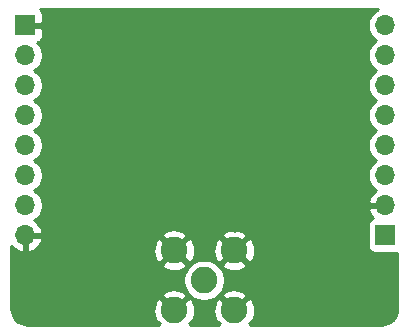
<source format=gbr>
%TF.GenerationSoftware,KiCad,Pcbnew,5.1.12-84ad8e8a86~92~ubuntu20.04.1*%
%TF.CreationDate,2021-12-04T14:18:14+01:00*%
%TF.ProjectId,RFMBreakout,52464d42-7265-4616-9b6f-75742e6b6963,rev?*%
%TF.SameCoordinates,Original*%
%TF.FileFunction,Copper,L2,Bot*%
%TF.FilePolarity,Positive*%
%FSLAX46Y46*%
G04 Gerber Fmt 4.6, Leading zero omitted, Abs format (unit mm)*
G04 Created by KiCad (PCBNEW 5.1.12-84ad8e8a86~92~ubuntu20.04.1) date 2021-12-04 14:18:14*
%MOMM*%
%LPD*%
G01*
G04 APERTURE LIST*
%TA.AperFunction,ComponentPad*%
%ADD10C,2.250000*%
%TD*%
%TA.AperFunction,ComponentPad*%
%ADD11O,1.700000X1.700000*%
%TD*%
%TA.AperFunction,ComponentPad*%
%ADD12R,1.700000X1.700000*%
%TD*%
%TA.AperFunction,ViaPad*%
%ADD13C,0.800000*%
%TD*%
%TA.AperFunction,Conductor*%
%ADD14C,0.254000*%
%TD*%
%TA.AperFunction,Conductor*%
%ADD15C,0.100000*%
%TD*%
G04 APERTURE END LIST*
D10*
%TO.P,J4,2*%
%TO.N,GND*%
X134540000Y-99060000D03*
X134540000Y-104140000D03*
X129460000Y-104140000D03*
X129460000Y-99060000D03*
%TO.P,J4,1*%
%TO.N,ANT*%
X132000000Y-101600000D03*
%TD*%
D11*
%TO.P,J2,8*%
%TO.N,DIO2*%
X147320000Y-80010000D03*
%TO.P,J2,7*%
%TO.N,DIO1*%
X147320000Y-82550000D03*
%TO.P,J2,6*%
%TO.N,DIO0*%
X147320000Y-85090000D03*
%TO.P,J2,5*%
%TO.N,+3V3*%
X147320000Y-87630000D03*
%TO.P,J2,4*%
%TO.N,DIO4*%
X147320000Y-90170000D03*
%TO.P,J2,3*%
%TO.N,DIO3*%
X147320000Y-92710000D03*
%TO.P,J2,2*%
%TO.N,GND*%
X147320000Y-95250000D03*
D12*
%TO.P,J2,1*%
%TO.N,ANT*%
X147320000Y-97790000D03*
%TD*%
D11*
%TO.P,J1,8*%
%TO.N,GND*%
X116840000Y-97790000D03*
%TO.P,J1,7*%
%TO.N,DIO5*%
X116840000Y-95250000D03*
%TO.P,J1,6*%
%TO.N,RESET*%
X116840000Y-92710000D03*
%TO.P,J1,5*%
%TO.N,~SS*%
X116840000Y-90170000D03*
%TO.P,J1,4*%
%TO.N,SCK*%
X116840000Y-87630000D03*
%TO.P,J1,3*%
%TO.N,MOSI*%
X116840000Y-85090000D03*
%TO.P,J1,2*%
%TO.N,MISO*%
X116840000Y-82550000D03*
D12*
%TO.P,J1,1*%
%TO.N,GND*%
X116840000Y-80010000D03*
%TD*%
D13*
%TO.N,GND*%
X129540000Y-101600000D03*
X134620000Y-101600000D03*
X132080000Y-97155000D03*
X133985000Y-95250000D03*
X136525000Y-93980000D03*
X134620000Y-97155000D03*
X136525000Y-97155000D03*
X139700000Y-97155000D03*
X140970000Y-98425000D03*
X141605000Y-99695000D03*
X144145000Y-99695000D03*
X141605000Y-95885000D03*
X142875000Y-97155000D03*
X144780000Y-97790000D03*
X140970000Y-93980000D03*
X143510000Y-90805000D03*
%TD*%
D14*
%TO.N,GND*%
X146616589Y-78694010D02*
X146373368Y-78856525D01*
X146166525Y-79063368D01*
X146004010Y-79306589D01*
X145892068Y-79576842D01*
X145835000Y-79863740D01*
X145835000Y-80156260D01*
X145892068Y-80443158D01*
X146004010Y-80713411D01*
X146166525Y-80956632D01*
X146373368Y-81163475D01*
X146547760Y-81280000D01*
X146373368Y-81396525D01*
X146166525Y-81603368D01*
X146004010Y-81846589D01*
X145892068Y-82116842D01*
X145835000Y-82403740D01*
X145835000Y-82696260D01*
X145892068Y-82983158D01*
X146004010Y-83253411D01*
X146166525Y-83496632D01*
X146373368Y-83703475D01*
X146547760Y-83820000D01*
X146373368Y-83936525D01*
X146166525Y-84143368D01*
X146004010Y-84386589D01*
X145892068Y-84656842D01*
X145835000Y-84943740D01*
X145835000Y-85236260D01*
X145892068Y-85523158D01*
X146004010Y-85793411D01*
X146166525Y-86036632D01*
X146373368Y-86243475D01*
X146547760Y-86360000D01*
X146373368Y-86476525D01*
X146166525Y-86683368D01*
X146004010Y-86926589D01*
X145892068Y-87196842D01*
X145835000Y-87483740D01*
X145835000Y-87776260D01*
X145892068Y-88063158D01*
X146004010Y-88333411D01*
X146166525Y-88576632D01*
X146373368Y-88783475D01*
X146547760Y-88900000D01*
X146373368Y-89016525D01*
X146166525Y-89223368D01*
X146004010Y-89466589D01*
X145892068Y-89736842D01*
X145835000Y-90023740D01*
X145835000Y-90316260D01*
X145892068Y-90603158D01*
X146004010Y-90873411D01*
X146166525Y-91116632D01*
X146373368Y-91323475D01*
X146547760Y-91440000D01*
X146373368Y-91556525D01*
X146166525Y-91763368D01*
X146004010Y-92006589D01*
X145892068Y-92276842D01*
X145835000Y-92563740D01*
X145835000Y-92856260D01*
X145892068Y-93143158D01*
X146004010Y-93413411D01*
X146166525Y-93656632D01*
X146373368Y-93863475D01*
X146555534Y-93985195D01*
X146438645Y-94054822D01*
X146222412Y-94249731D01*
X146048359Y-94483080D01*
X145923175Y-94745901D01*
X145878524Y-94893110D01*
X145999845Y-95123000D01*
X147193000Y-95123000D01*
X147193000Y-95103000D01*
X147447000Y-95103000D01*
X147447000Y-95123000D01*
X147467000Y-95123000D01*
X147467000Y-95377000D01*
X147447000Y-95377000D01*
X147447000Y-95397000D01*
X147193000Y-95397000D01*
X147193000Y-95377000D01*
X145999845Y-95377000D01*
X145878524Y-95606890D01*
X145923175Y-95754099D01*
X146048359Y-96016920D01*
X146222412Y-96250269D01*
X146306466Y-96326034D01*
X146225820Y-96350498D01*
X146115506Y-96409463D01*
X146018815Y-96488815D01*
X145939463Y-96585506D01*
X145880498Y-96695820D01*
X145844188Y-96815518D01*
X145831928Y-96940000D01*
X145831928Y-98640000D01*
X145844188Y-98764482D01*
X145880498Y-98884180D01*
X145939463Y-98994494D01*
X146018815Y-99091185D01*
X146115506Y-99170537D01*
X146225820Y-99229502D01*
X146345518Y-99265812D01*
X146470000Y-99278072D01*
X148170000Y-99278072D01*
X148294482Y-99265812D01*
X148340000Y-99252004D01*
X148340000Y-103967721D01*
X148311375Y-104259660D01*
X148235965Y-104509429D01*
X148113477Y-104739794D01*
X147948579Y-104941979D01*
X147747546Y-105108288D01*
X147518046Y-105232378D01*
X147268805Y-105309531D01*
X146978911Y-105340000D01*
X135840190Y-105340000D01*
X135879899Y-105300291D01*
X135764533Y-105184925D01*
X136041714Y-105074079D01*
X136195089Y-104763160D01*
X136284860Y-104428295D01*
X136307576Y-104082350D01*
X136262366Y-103738620D01*
X136150966Y-103410315D01*
X136041714Y-103205921D01*
X135764531Y-103095074D01*
X134719605Y-104140000D01*
X134733748Y-104154143D01*
X134554143Y-104333748D01*
X134540000Y-104319605D01*
X134525858Y-104333748D01*
X134346253Y-104154143D01*
X134360395Y-104140000D01*
X133315469Y-103095074D01*
X133038286Y-103205921D01*
X132884911Y-103516840D01*
X132795140Y-103851705D01*
X132772424Y-104197650D01*
X132817634Y-104541380D01*
X132929034Y-104869685D01*
X133038286Y-105074079D01*
X133315467Y-105184925D01*
X133200101Y-105300291D01*
X133239810Y-105340000D01*
X130760190Y-105340000D01*
X130799899Y-105300291D01*
X130684533Y-105184925D01*
X130961714Y-105074079D01*
X131115089Y-104763160D01*
X131204860Y-104428295D01*
X131227576Y-104082350D01*
X131182366Y-103738620D01*
X131070966Y-103410315D01*
X130961714Y-103205921D01*
X130684531Y-103095074D01*
X129639605Y-104140000D01*
X129653748Y-104154143D01*
X129474143Y-104333748D01*
X129460000Y-104319605D01*
X129445858Y-104333748D01*
X129266253Y-104154143D01*
X129280395Y-104140000D01*
X128235469Y-103095074D01*
X127958286Y-103205921D01*
X127804911Y-103516840D01*
X127715140Y-103851705D01*
X127692424Y-104197650D01*
X127737634Y-104541380D01*
X127849034Y-104869685D01*
X127958286Y-105074079D01*
X128235467Y-105184925D01*
X128120101Y-105300291D01*
X128159810Y-105340000D01*
X117032279Y-105340000D01*
X116740340Y-105311375D01*
X116490571Y-105235965D01*
X116260206Y-105113477D01*
X116058021Y-104948579D01*
X115891712Y-104747546D01*
X115767622Y-104518046D01*
X115690469Y-104268805D01*
X115660000Y-103978911D01*
X115660000Y-102915469D01*
X128415074Y-102915469D01*
X129460000Y-103960395D01*
X130504926Y-102915469D01*
X130394079Y-102638286D01*
X130083160Y-102484911D01*
X129748295Y-102395140D01*
X129402350Y-102372424D01*
X129058620Y-102417634D01*
X128730315Y-102529034D01*
X128525921Y-102638286D01*
X128415074Y-102915469D01*
X115660000Y-102915469D01*
X115660000Y-101426655D01*
X130240000Y-101426655D01*
X130240000Y-101773345D01*
X130307636Y-102113373D01*
X130440308Y-102433673D01*
X130632919Y-102721935D01*
X130878065Y-102967081D01*
X131166327Y-103159692D01*
X131486627Y-103292364D01*
X131826655Y-103360000D01*
X132173345Y-103360000D01*
X132513373Y-103292364D01*
X132833673Y-103159692D01*
X133121935Y-102967081D01*
X133173547Y-102915469D01*
X133495074Y-102915469D01*
X134540000Y-103960395D01*
X135584926Y-102915469D01*
X135474079Y-102638286D01*
X135163160Y-102484911D01*
X134828295Y-102395140D01*
X134482350Y-102372424D01*
X134138620Y-102417634D01*
X133810315Y-102529034D01*
X133605921Y-102638286D01*
X133495074Y-102915469D01*
X133173547Y-102915469D01*
X133367081Y-102721935D01*
X133559692Y-102433673D01*
X133692364Y-102113373D01*
X133760000Y-101773345D01*
X133760000Y-101426655D01*
X133692364Y-101086627D01*
X133559692Y-100766327D01*
X133367081Y-100478065D01*
X133173547Y-100284531D01*
X133495074Y-100284531D01*
X133605921Y-100561714D01*
X133916840Y-100715089D01*
X134251705Y-100804860D01*
X134597650Y-100827576D01*
X134941380Y-100782366D01*
X135269685Y-100670966D01*
X135474079Y-100561714D01*
X135584926Y-100284531D01*
X134540000Y-99239605D01*
X133495074Y-100284531D01*
X133173547Y-100284531D01*
X133121935Y-100232919D01*
X132833673Y-100040308D01*
X132513373Y-99907636D01*
X132173345Y-99840000D01*
X131826655Y-99840000D01*
X131486627Y-99907636D01*
X131166327Y-100040308D01*
X130878065Y-100232919D01*
X130632919Y-100478065D01*
X130440308Y-100766327D01*
X130307636Y-101086627D01*
X130240000Y-101426655D01*
X115660000Y-101426655D01*
X115660000Y-100284531D01*
X128415074Y-100284531D01*
X128525921Y-100561714D01*
X128836840Y-100715089D01*
X129171705Y-100804860D01*
X129517650Y-100827576D01*
X129861380Y-100782366D01*
X130189685Y-100670966D01*
X130394079Y-100561714D01*
X130504926Y-100284531D01*
X129460000Y-99239605D01*
X128415074Y-100284531D01*
X115660000Y-100284531D01*
X115660000Y-98679781D01*
X115742412Y-98790269D01*
X115958645Y-98985178D01*
X116208748Y-99134157D01*
X116483109Y-99231481D01*
X116713000Y-99110814D01*
X116713000Y-97917000D01*
X116967000Y-97917000D01*
X116967000Y-99110814D01*
X117196891Y-99231481D01*
X117471252Y-99134157D01*
X117498963Y-99117650D01*
X127692424Y-99117650D01*
X127737634Y-99461380D01*
X127849034Y-99789685D01*
X127958286Y-99994079D01*
X128235469Y-100104926D01*
X129280395Y-99060000D01*
X129639605Y-99060000D01*
X130684531Y-100104926D01*
X130961714Y-99994079D01*
X131115089Y-99683160D01*
X131204860Y-99348295D01*
X131220004Y-99117650D01*
X132772424Y-99117650D01*
X132817634Y-99461380D01*
X132929034Y-99789685D01*
X133038286Y-99994079D01*
X133315469Y-100104926D01*
X134360395Y-99060000D01*
X134719605Y-99060000D01*
X135764531Y-100104926D01*
X136041714Y-99994079D01*
X136195089Y-99683160D01*
X136284860Y-99348295D01*
X136307576Y-99002350D01*
X136262366Y-98658620D01*
X136150966Y-98330315D01*
X136041714Y-98125921D01*
X135764531Y-98015074D01*
X134719605Y-99060000D01*
X134360395Y-99060000D01*
X133315469Y-98015074D01*
X133038286Y-98125921D01*
X132884911Y-98436840D01*
X132795140Y-98771705D01*
X132772424Y-99117650D01*
X131220004Y-99117650D01*
X131227576Y-99002350D01*
X131182366Y-98658620D01*
X131070966Y-98330315D01*
X130961714Y-98125921D01*
X130684531Y-98015074D01*
X129639605Y-99060000D01*
X129280395Y-99060000D01*
X128235469Y-98015074D01*
X127958286Y-98125921D01*
X127804911Y-98436840D01*
X127715140Y-98771705D01*
X127692424Y-99117650D01*
X117498963Y-99117650D01*
X117721355Y-98985178D01*
X117937588Y-98790269D01*
X118111641Y-98556920D01*
X118236825Y-98294099D01*
X118281476Y-98146890D01*
X118160155Y-97917000D01*
X116967000Y-97917000D01*
X116713000Y-97917000D01*
X116693000Y-97917000D01*
X116693000Y-97835469D01*
X128415074Y-97835469D01*
X129460000Y-98880395D01*
X130504926Y-97835469D01*
X133495074Y-97835469D01*
X134540000Y-98880395D01*
X135584926Y-97835469D01*
X135474079Y-97558286D01*
X135163160Y-97404911D01*
X134828295Y-97315140D01*
X134482350Y-97292424D01*
X134138620Y-97337634D01*
X133810315Y-97449034D01*
X133605921Y-97558286D01*
X133495074Y-97835469D01*
X130504926Y-97835469D01*
X130394079Y-97558286D01*
X130083160Y-97404911D01*
X129748295Y-97315140D01*
X129402350Y-97292424D01*
X129058620Y-97337634D01*
X128730315Y-97449034D01*
X128525921Y-97558286D01*
X128415074Y-97835469D01*
X116693000Y-97835469D01*
X116693000Y-97663000D01*
X116713000Y-97663000D01*
X116713000Y-97643000D01*
X116967000Y-97643000D01*
X116967000Y-97663000D01*
X118160155Y-97663000D01*
X118281476Y-97433110D01*
X118236825Y-97285901D01*
X118111641Y-97023080D01*
X117937588Y-96789731D01*
X117721355Y-96594822D01*
X117604466Y-96525195D01*
X117786632Y-96403475D01*
X117993475Y-96196632D01*
X118155990Y-95953411D01*
X118267932Y-95683158D01*
X118325000Y-95396260D01*
X118325000Y-95103740D01*
X118267932Y-94816842D01*
X118155990Y-94546589D01*
X117993475Y-94303368D01*
X117786632Y-94096525D01*
X117612240Y-93980000D01*
X117786632Y-93863475D01*
X117993475Y-93656632D01*
X118155990Y-93413411D01*
X118267932Y-93143158D01*
X118325000Y-92856260D01*
X118325000Y-92563740D01*
X118267932Y-92276842D01*
X118155990Y-92006589D01*
X117993475Y-91763368D01*
X117786632Y-91556525D01*
X117612240Y-91440000D01*
X117786632Y-91323475D01*
X117993475Y-91116632D01*
X118155990Y-90873411D01*
X118267932Y-90603158D01*
X118325000Y-90316260D01*
X118325000Y-90023740D01*
X118267932Y-89736842D01*
X118155990Y-89466589D01*
X117993475Y-89223368D01*
X117786632Y-89016525D01*
X117612240Y-88900000D01*
X117786632Y-88783475D01*
X117993475Y-88576632D01*
X118155990Y-88333411D01*
X118267932Y-88063158D01*
X118325000Y-87776260D01*
X118325000Y-87483740D01*
X118267932Y-87196842D01*
X118155990Y-86926589D01*
X117993475Y-86683368D01*
X117786632Y-86476525D01*
X117612240Y-86360000D01*
X117786632Y-86243475D01*
X117993475Y-86036632D01*
X118155990Y-85793411D01*
X118267932Y-85523158D01*
X118325000Y-85236260D01*
X118325000Y-84943740D01*
X118267932Y-84656842D01*
X118155990Y-84386589D01*
X117993475Y-84143368D01*
X117786632Y-83936525D01*
X117612240Y-83820000D01*
X117786632Y-83703475D01*
X117993475Y-83496632D01*
X118155990Y-83253411D01*
X118267932Y-82983158D01*
X118325000Y-82696260D01*
X118325000Y-82403740D01*
X118267932Y-82116842D01*
X118155990Y-81846589D01*
X117993475Y-81603368D01*
X117861620Y-81471513D01*
X117934180Y-81449502D01*
X118044494Y-81390537D01*
X118141185Y-81311185D01*
X118220537Y-81214494D01*
X118279502Y-81104180D01*
X118315812Y-80984482D01*
X118328072Y-80860000D01*
X118325000Y-80295750D01*
X118166250Y-80137000D01*
X116967000Y-80137000D01*
X116967000Y-80157000D01*
X116713000Y-80157000D01*
X116713000Y-80137000D01*
X116693000Y-80137000D01*
X116693000Y-79883000D01*
X116713000Y-79883000D01*
X116713000Y-79863000D01*
X116967000Y-79863000D01*
X116967000Y-79883000D01*
X118166250Y-79883000D01*
X118325000Y-79724250D01*
X118328072Y-79160000D01*
X118315812Y-79035518D01*
X118279502Y-78915820D01*
X118220537Y-78805506D01*
X118141185Y-78708815D01*
X118081704Y-78660000D01*
X146698697Y-78660000D01*
X146616589Y-78694010D01*
%TA.AperFunction,Conductor*%
D15*
G36*
X146616589Y-78694010D02*
G01*
X146373368Y-78856525D01*
X146166525Y-79063368D01*
X146004010Y-79306589D01*
X145892068Y-79576842D01*
X145835000Y-79863740D01*
X145835000Y-80156260D01*
X145892068Y-80443158D01*
X146004010Y-80713411D01*
X146166525Y-80956632D01*
X146373368Y-81163475D01*
X146547760Y-81280000D01*
X146373368Y-81396525D01*
X146166525Y-81603368D01*
X146004010Y-81846589D01*
X145892068Y-82116842D01*
X145835000Y-82403740D01*
X145835000Y-82696260D01*
X145892068Y-82983158D01*
X146004010Y-83253411D01*
X146166525Y-83496632D01*
X146373368Y-83703475D01*
X146547760Y-83820000D01*
X146373368Y-83936525D01*
X146166525Y-84143368D01*
X146004010Y-84386589D01*
X145892068Y-84656842D01*
X145835000Y-84943740D01*
X145835000Y-85236260D01*
X145892068Y-85523158D01*
X146004010Y-85793411D01*
X146166525Y-86036632D01*
X146373368Y-86243475D01*
X146547760Y-86360000D01*
X146373368Y-86476525D01*
X146166525Y-86683368D01*
X146004010Y-86926589D01*
X145892068Y-87196842D01*
X145835000Y-87483740D01*
X145835000Y-87776260D01*
X145892068Y-88063158D01*
X146004010Y-88333411D01*
X146166525Y-88576632D01*
X146373368Y-88783475D01*
X146547760Y-88900000D01*
X146373368Y-89016525D01*
X146166525Y-89223368D01*
X146004010Y-89466589D01*
X145892068Y-89736842D01*
X145835000Y-90023740D01*
X145835000Y-90316260D01*
X145892068Y-90603158D01*
X146004010Y-90873411D01*
X146166525Y-91116632D01*
X146373368Y-91323475D01*
X146547760Y-91440000D01*
X146373368Y-91556525D01*
X146166525Y-91763368D01*
X146004010Y-92006589D01*
X145892068Y-92276842D01*
X145835000Y-92563740D01*
X145835000Y-92856260D01*
X145892068Y-93143158D01*
X146004010Y-93413411D01*
X146166525Y-93656632D01*
X146373368Y-93863475D01*
X146555534Y-93985195D01*
X146438645Y-94054822D01*
X146222412Y-94249731D01*
X146048359Y-94483080D01*
X145923175Y-94745901D01*
X145878524Y-94893110D01*
X145999845Y-95123000D01*
X147193000Y-95123000D01*
X147193000Y-95103000D01*
X147447000Y-95103000D01*
X147447000Y-95123000D01*
X147467000Y-95123000D01*
X147467000Y-95377000D01*
X147447000Y-95377000D01*
X147447000Y-95397000D01*
X147193000Y-95397000D01*
X147193000Y-95377000D01*
X145999845Y-95377000D01*
X145878524Y-95606890D01*
X145923175Y-95754099D01*
X146048359Y-96016920D01*
X146222412Y-96250269D01*
X146306466Y-96326034D01*
X146225820Y-96350498D01*
X146115506Y-96409463D01*
X146018815Y-96488815D01*
X145939463Y-96585506D01*
X145880498Y-96695820D01*
X145844188Y-96815518D01*
X145831928Y-96940000D01*
X145831928Y-98640000D01*
X145844188Y-98764482D01*
X145880498Y-98884180D01*
X145939463Y-98994494D01*
X146018815Y-99091185D01*
X146115506Y-99170537D01*
X146225820Y-99229502D01*
X146345518Y-99265812D01*
X146470000Y-99278072D01*
X148170000Y-99278072D01*
X148294482Y-99265812D01*
X148340000Y-99252004D01*
X148340000Y-103967721D01*
X148311375Y-104259660D01*
X148235965Y-104509429D01*
X148113477Y-104739794D01*
X147948579Y-104941979D01*
X147747546Y-105108288D01*
X147518046Y-105232378D01*
X147268805Y-105309531D01*
X146978911Y-105340000D01*
X135840190Y-105340000D01*
X135879899Y-105300291D01*
X135764533Y-105184925D01*
X136041714Y-105074079D01*
X136195089Y-104763160D01*
X136284860Y-104428295D01*
X136307576Y-104082350D01*
X136262366Y-103738620D01*
X136150966Y-103410315D01*
X136041714Y-103205921D01*
X135764531Y-103095074D01*
X134719605Y-104140000D01*
X134733748Y-104154143D01*
X134554143Y-104333748D01*
X134540000Y-104319605D01*
X134525858Y-104333748D01*
X134346253Y-104154143D01*
X134360395Y-104140000D01*
X133315469Y-103095074D01*
X133038286Y-103205921D01*
X132884911Y-103516840D01*
X132795140Y-103851705D01*
X132772424Y-104197650D01*
X132817634Y-104541380D01*
X132929034Y-104869685D01*
X133038286Y-105074079D01*
X133315467Y-105184925D01*
X133200101Y-105300291D01*
X133239810Y-105340000D01*
X130760190Y-105340000D01*
X130799899Y-105300291D01*
X130684533Y-105184925D01*
X130961714Y-105074079D01*
X131115089Y-104763160D01*
X131204860Y-104428295D01*
X131227576Y-104082350D01*
X131182366Y-103738620D01*
X131070966Y-103410315D01*
X130961714Y-103205921D01*
X130684531Y-103095074D01*
X129639605Y-104140000D01*
X129653748Y-104154143D01*
X129474143Y-104333748D01*
X129460000Y-104319605D01*
X129445858Y-104333748D01*
X129266253Y-104154143D01*
X129280395Y-104140000D01*
X128235469Y-103095074D01*
X127958286Y-103205921D01*
X127804911Y-103516840D01*
X127715140Y-103851705D01*
X127692424Y-104197650D01*
X127737634Y-104541380D01*
X127849034Y-104869685D01*
X127958286Y-105074079D01*
X128235467Y-105184925D01*
X128120101Y-105300291D01*
X128159810Y-105340000D01*
X117032279Y-105340000D01*
X116740340Y-105311375D01*
X116490571Y-105235965D01*
X116260206Y-105113477D01*
X116058021Y-104948579D01*
X115891712Y-104747546D01*
X115767622Y-104518046D01*
X115690469Y-104268805D01*
X115660000Y-103978911D01*
X115660000Y-102915469D01*
X128415074Y-102915469D01*
X129460000Y-103960395D01*
X130504926Y-102915469D01*
X130394079Y-102638286D01*
X130083160Y-102484911D01*
X129748295Y-102395140D01*
X129402350Y-102372424D01*
X129058620Y-102417634D01*
X128730315Y-102529034D01*
X128525921Y-102638286D01*
X128415074Y-102915469D01*
X115660000Y-102915469D01*
X115660000Y-101426655D01*
X130240000Y-101426655D01*
X130240000Y-101773345D01*
X130307636Y-102113373D01*
X130440308Y-102433673D01*
X130632919Y-102721935D01*
X130878065Y-102967081D01*
X131166327Y-103159692D01*
X131486627Y-103292364D01*
X131826655Y-103360000D01*
X132173345Y-103360000D01*
X132513373Y-103292364D01*
X132833673Y-103159692D01*
X133121935Y-102967081D01*
X133173547Y-102915469D01*
X133495074Y-102915469D01*
X134540000Y-103960395D01*
X135584926Y-102915469D01*
X135474079Y-102638286D01*
X135163160Y-102484911D01*
X134828295Y-102395140D01*
X134482350Y-102372424D01*
X134138620Y-102417634D01*
X133810315Y-102529034D01*
X133605921Y-102638286D01*
X133495074Y-102915469D01*
X133173547Y-102915469D01*
X133367081Y-102721935D01*
X133559692Y-102433673D01*
X133692364Y-102113373D01*
X133760000Y-101773345D01*
X133760000Y-101426655D01*
X133692364Y-101086627D01*
X133559692Y-100766327D01*
X133367081Y-100478065D01*
X133173547Y-100284531D01*
X133495074Y-100284531D01*
X133605921Y-100561714D01*
X133916840Y-100715089D01*
X134251705Y-100804860D01*
X134597650Y-100827576D01*
X134941380Y-100782366D01*
X135269685Y-100670966D01*
X135474079Y-100561714D01*
X135584926Y-100284531D01*
X134540000Y-99239605D01*
X133495074Y-100284531D01*
X133173547Y-100284531D01*
X133121935Y-100232919D01*
X132833673Y-100040308D01*
X132513373Y-99907636D01*
X132173345Y-99840000D01*
X131826655Y-99840000D01*
X131486627Y-99907636D01*
X131166327Y-100040308D01*
X130878065Y-100232919D01*
X130632919Y-100478065D01*
X130440308Y-100766327D01*
X130307636Y-101086627D01*
X130240000Y-101426655D01*
X115660000Y-101426655D01*
X115660000Y-100284531D01*
X128415074Y-100284531D01*
X128525921Y-100561714D01*
X128836840Y-100715089D01*
X129171705Y-100804860D01*
X129517650Y-100827576D01*
X129861380Y-100782366D01*
X130189685Y-100670966D01*
X130394079Y-100561714D01*
X130504926Y-100284531D01*
X129460000Y-99239605D01*
X128415074Y-100284531D01*
X115660000Y-100284531D01*
X115660000Y-98679781D01*
X115742412Y-98790269D01*
X115958645Y-98985178D01*
X116208748Y-99134157D01*
X116483109Y-99231481D01*
X116713000Y-99110814D01*
X116713000Y-97917000D01*
X116967000Y-97917000D01*
X116967000Y-99110814D01*
X117196891Y-99231481D01*
X117471252Y-99134157D01*
X117498963Y-99117650D01*
X127692424Y-99117650D01*
X127737634Y-99461380D01*
X127849034Y-99789685D01*
X127958286Y-99994079D01*
X128235469Y-100104926D01*
X129280395Y-99060000D01*
X129639605Y-99060000D01*
X130684531Y-100104926D01*
X130961714Y-99994079D01*
X131115089Y-99683160D01*
X131204860Y-99348295D01*
X131220004Y-99117650D01*
X132772424Y-99117650D01*
X132817634Y-99461380D01*
X132929034Y-99789685D01*
X133038286Y-99994079D01*
X133315469Y-100104926D01*
X134360395Y-99060000D01*
X134719605Y-99060000D01*
X135764531Y-100104926D01*
X136041714Y-99994079D01*
X136195089Y-99683160D01*
X136284860Y-99348295D01*
X136307576Y-99002350D01*
X136262366Y-98658620D01*
X136150966Y-98330315D01*
X136041714Y-98125921D01*
X135764531Y-98015074D01*
X134719605Y-99060000D01*
X134360395Y-99060000D01*
X133315469Y-98015074D01*
X133038286Y-98125921D01*
X132884911Y-98436840D01*
X132795140Y-98771705D01*
X132772424Y-99117650D01*
X131220004Y-99117650D01*
X131227576Y-99002350D01*
X131182366Y-98658620D01*
X131070966Y-98330315D01*
X130961714Y-98125921D01*
X130684531Y-98015074D01*
X129639605Y-99060000D01*
X129280395Y-99060000D01*
X128235469Y-98015074D01*
X127958286Y-98125921D01*
X127804911Y-98436840D01*
X127715140Y-98771705D01*
X127692424Y-99117650D01*
X117498963Y-99117650D01*
X117721355Y-98985178D01*
X117937588Y-98790269D01*
X118111641Y-98556920D01*
X118236825Y-98294099D01*
X118281476Y-98146890D01*
X118160155Y-97917000D01*
X116967000Y-97917000D01*
X116713000Y-97917000D01*
X116693000Y-97917000D01*
X116693000Y-97835469D01*
X128415074Y-97835469D01*
X129460000Y-98880395D01*
X130504926Y-97835469D01*
X133495074Y-97835469D01*
X134540000Y-98880395D01*
X135584926Y-97835469D01*
X135474079Y-97558286D01*
X135163160Y-97404911D01*
X134828295Y-97315140D01*
X134482350Y-97292424D01*
X134138620Y-97337634D01*
X133810315Y-97449034D01*
X133605921Y-97558286D01*
X133495074Y-97835469D01*
X130504926Y-97835469D01*
X130394079Y-97558286D01*
X130083160Y-97404911D01*
X129748295Y-97315140D01*
X129402350Y-97292424D01*
X129058620Y-97337634D01*
X128730315Y-97449034D01*
X128525921Y-97558286D01*
X128415074Y-97835469D01*
X116693000Y-97835469D01*
X116693000Y-97663000D01*
X116713000Y-97663000D01*
X116713000Y-97643000D01*
X116967000Y-97643000D01*
X116967000Y-97663000D01*
X118160155Y-97663000D01*
X118281476Y-97433110D01*
X118236825Y-97285901D01*
X118111641Y-97023080D01*
X117937588Y-96789731D01*
X117721355Y-96594822D01*
X117604466Y-96525195D01*
X117786632Y-96403475D01*
X117993475Y-96196632D01*
X118155990Y-95953411D01*
X118267932Y-95683158D01*
X118325000Y-95396260D01*
X118325000Y-95103740D01*
X118267932Y-94816842D01*
X118155990Y-94546589D01*
X117993475Y-94303368D01*
X117786632Y-94096525D01*
X117612240Y-93980000D01*
X117786632Y-93863475D01*
X117993475Y-93656632D01*
X118155990Y-93413411D01*
X118267932Y-93143158D01*
X118325000Y-92856260D01*
X118325000Y-92563740D01*
X118267932Y-92276842D01*
X118155990Y-92006589D01*
X117993475Y-91763368D01*
X117786632Y-91556525D01*
X117612240Y-91440000D01*
X117786632Y-91323475D01*
X117993475Y-91116632D01*
X118155990Y-90873411D01*
X118267932Y-90603158D01*
X118325000Y-90316260D01*
X118325000Y-90023740D01*
X118267932Y-89736842D01*
X118155990Y-89466589D01*
X117993475Y-89223368D01*
X117786632Y-89016525D01*
X117612240Y-88900000D01*
X117786632Y-88783475D01*
X117993475Y-88576632D01*
X118155990Y-88333411D01*
X118267932Y-88063158D01*
X118325000Y-87776260D01*
X118325000Y-87483740D01*
X118267932Y-87196842D01*
X118155990Y-86926589D01*
X117993475Y-86683368D01*
X117786632Y-86476525D01*
X117612240Y-86360000D01*
X117786632Y-86243475D01*
X117993475Y-86036632D01*
X118155990Y-85793411D01*
X118267932Y-85523158D01*
X118325000Y-85236260D01*
X118325000Y-84943740D01*
X118267932Y-84656842D01*
X118155990Y-84386589D01*
X117993475Y-84143368D01*
X117786632Y-83936525D01*
X117612240Y-83820000D01*
X117786632Y-83703475D01*
X117993475Y-83496632D01*
X118155990Y-83253411D01*
X118267932Y-82983158D01*
X118325000Y-82696260D01*
X118325000Y-82403740D01*
X118267932Y-82116842D01*
X118155990Y-81846589D01*
X117993475Y-81603368D01*
X117861620Y-81471513D01*
X117934180Y-81449502D01*
X118044494Y-81390537D01*
X118141185Y-81311185D01*
X118220537Y-81214494D01*
X118279502Y-81104180D01*
X118315812Y-80984482D01*
X118328072Y-80860000D01*
X118325000Y-80295750D01*
X118166250Y-80137000D01*
X116967000Y-80137000D01*
X116967000Y-80157000D01*
X116713000Y-80157000D01*
X116713000Y-80137000D01*
X116693000Y-80137000D01*
X116693000Y-79883000D01*
X116713000Y-79883000D01*
X116713000Y-79863000D01*
X116967000Y-79863000D01*
X116967000Y-79883000D01*
X118166250Y-79883000D01*
X118325000Y-79724250D01*
X118328072Y-79160000D01*
X118315812Y-79035518D01*
X118279502Y-78915820D01*
X118220537Y-78805506D01*
X118141185Y-78708815D01*
X118081704Y-78660000D01*
X146698697Y-78660000D01*
X146616589Y-78694010D01*
G37*
%TD.AperFunction*%
%TD*%
M02*

</source>
